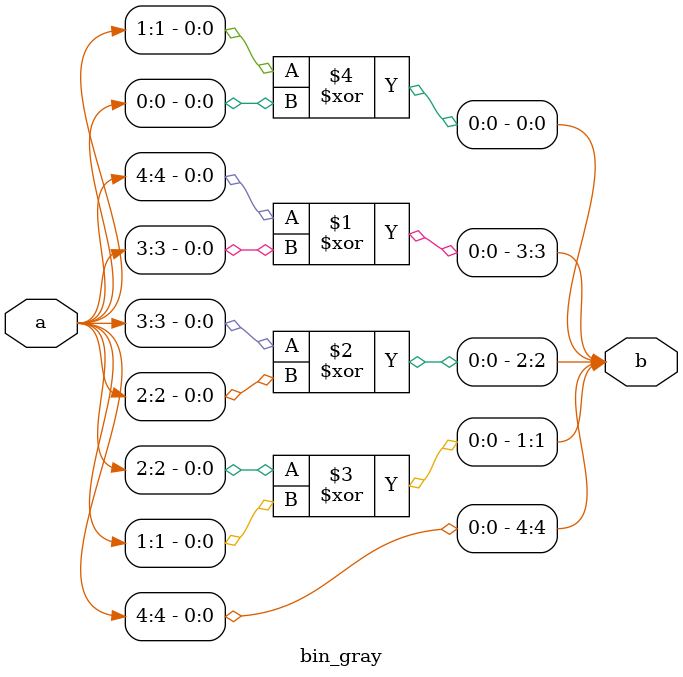
<source format=v>
`timescale 1ns / 1ps

module bin_gray(b,a);
output  [4:0] b;
input [4:0] a;
assign b[4]= a[4];
assign b[3]= a[4]^a[3];
assign b[2]= a[3]^a[2];
assign b[1]= a[2]^a[1];
assign b[0]= a[1]^a[0];
endmodule

</source>
